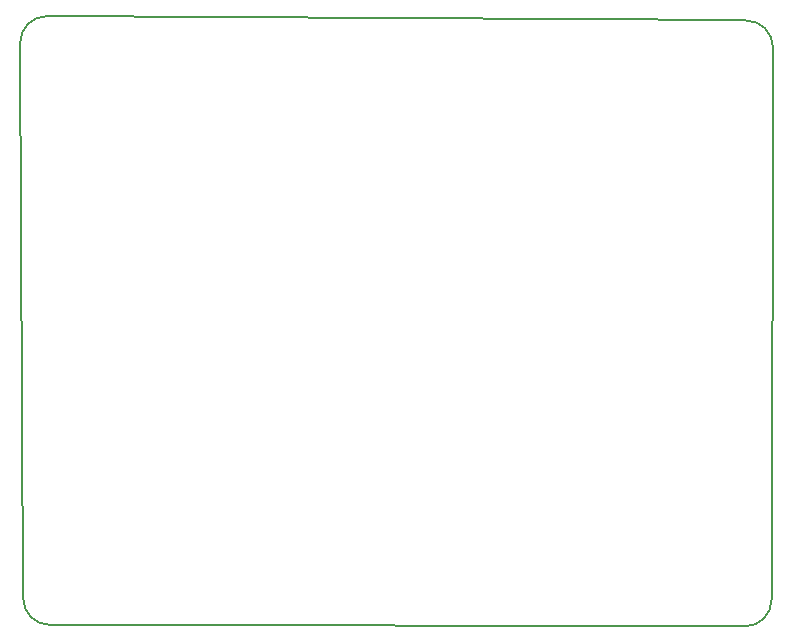
<source format=gbr>
G04 #@! TF.GenerationSoftware,KiCad,Pcbnew,(5.0.0)*
G04 #@! TF.CreationDate,2019-03-30T00:16:56-04:00*
G04 #@! TF.ProjectId,EthTester,4574685465737465722E6B696361645F,rev?*
G04 #@! TF.SameCoordinates,Original*
G04 #@! TF.FileFunction,Profile,NP*
%FSLAX46Y46*%
G04 Gerber Fmt 4.6, Leading zero omitted, Abs format (unit mm)*
G04 Created by KiCad (PCBNEW (5.0.0)) date 03/30/19 00:16:56*
%MOMM*%
%LPD*%
G01*
G04 APERTURE LIST*
%ADD10C,0.150000*%
%ADD11C,0.200000*%
G04 APERTURE END LIST*
D10*
X160274000Y-66929000D02*
G75*
G02X162560000Y-69215000I0J-2286000D01*
G01*
X162433000Y-115951000D02*
G75*
G02X160147000Y-118237000I-2286000J0D01*
G01*
X101346000Y-118110000D02*
G75*
G02X99060000Y-115824000I0J2286000D01*
G01*
X98806000Y-68834000D02*
G75*
G02X101092000Y-66548000I2286000J0D01*
G01*
D11*
X160274000Y-66929000D02*
X101092000Y-66548000D01*
X162433000Y-115951000D02*
X162560000Y-69215000D01*
X101346000Y-118110000D02*
X160147000Y-118237000D01*
X98806000Y-68834000D02*
X99060000Y-115824000D01*
M02*

</source>
